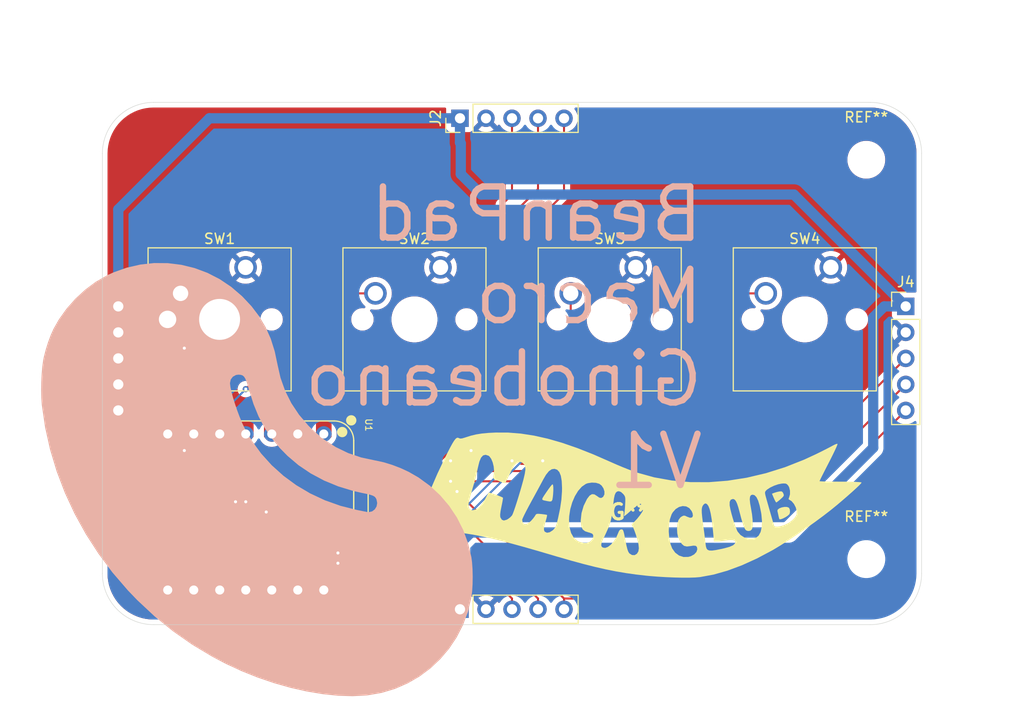
<source format=kicad_pcb>
(kicad_pcb (version 20241229) (generator "pcbnew") (generator_version "9.0")
  (layers (0 "F.Cu" signal) (2 "B.Cu" signal) (13 "F.Paste" user) (15 "B.Paste" user) (5 "F.SilkS" user "F.Silkscreen") (7 "B.SilkS" user "B.Silkscreen") (1 "F.Mask" user) (3 "B.Mask" user) (25 "Edge.Cuts" user))
  (net 0 "")
  (net 1 "/SDA")
  (net 2 "VCC")
  (net 3 "/INT")
  (net 4 "GND")
  (net 5 "/SCL")
  (net 6 "/GPIO1")
  (net 7 "/GPIO2")
  (net 8 "/GPIO4")
  (net 9 "/GPIO3")
  (footprint "Button_Switch_Keyboard:SW_Cherry_MX_1.00u_PCB" (layer "F.Cu") (at 143.015 86.11)
    (property "Reference" "SW2" (at -2.54 -2.794 0) (layer "F.SilkS"))
    (property "Value" "SW_Push")
    (fp_line (start -9.525 -1.905) (end 4.445 -1.905) (stroke (width 0.12)) (layer "F.SilkS"))
    (fp_line (start -9.525 12.065) (end -9.525 -1.905) (stroke (width 0.12)) (layer "F.SilkS"))
    (fp_line (start 4.445 -1.905) (end 4.445 12.065) (stroke (width 0.12)) (layer "F.SilkS"))
    (fp_line (start 4.445 12.065) (end -9.525 12.065) (stroke (width 0.12)) (layer "F.SilkS"))
    (pad "" np_thru_hole circle (at -7.62 5.08) (size 1.7 1.7) (drill 1.7) (layers "*.Cu" "*.Mask"))
    (pad "" np_thru_hole circle (at -2.54 5.08) (size 4 4) (drill 4) (layers "*.Cu" "*.Mask"))
    (pad "" np_thru_hole circle (at 2.54 5.08) (size 1.7 1.7) (drill 1.7) (layers "*.Cu" "*.Mask"))
    (pad "1" thru_hole circle (at 0 0) (size 2.2 2.2) (drill 1.5) (layers "*.Cu" "*.Mask") (net 4 "GND"))
    (pad "2" thru_hole circle (at -6.35 2.54) (size 2.2 2.2) (drill 1.5) (layers "*.Cu" "*.Mask") (net 7 "/GPIO2"))
  )
  (footprint "Button_Switch_Keyboard:SW_Cherry_MX_1.00u_PCB" (layer "F.Cu") (at 123.98375 86.11)
    (property "Reference" "SW1" (at -2.54 -2.794 0) (layer "F.SilkS"))
    (property "Value" "SW_Push")
    (fp_line (start -9.525 -1.905) (end 4.445 -1.905) (stroke (width 0.12)) (layer "F.SilkS"))
    (fp_line (start -9.525 12.065) (end -9.525 -1.905) (stroke (width 0.12)) (layer "F.SilkS"))
    (fp_line (start 4.445 -1.905) (end 4.445 12.065) (stroke (width 0.12)) (layer "F.SilkS"))
    (fp_line (start 4.445 12.065) (end -9.525 12.065) (stroke (width 0.12)) (layer "F.SilkS"))
    (pad "" np_thru_hole circle (at -7.62 5.08) (size 1.7 1.7) (drill 1.7) (layers "*.Cu" "*.Mask"))
    (pad "" np_thru_hole circle (at -2.54 5.08) (size 4 4) (drill 4) (layers "*.Cu" "*.Mask"))
    (pad "" np_thru_hole circle (at 2.54 5.08) (size 1.7 1.7) (drill 1.7) (layers "*.Cu" "*.Mask"))
    (pad "1" thru_hole circle (at 0 0) (size 2.2 2.2) (drill 1.5) (layers "*.Cu" "*.Mask") (net 4 "GND"))
    (pad "2" thru_hole circle (at -6.35 2.54) (size 2.2 2.2) (drill 1.5) (layers "*.Cu" "*.Mask") (net 6 "/GPIO1"))
  )
  (footprint "Connector_PinHeader_2.54mm:PinHeader_1x05_P2.54mm_Vertical" (layer "F.Cu") (at 188.45 89.92)
    (property "Reference" "J4" (at 0 -2.38 0) (layer "F.SilkS"))
    (property "Value" "Male_Pogo_Connector_01x05")
    (fp_line (start -1.38 -1.38) (end 0 -1.38) (stroke (width 0.12)) (layer "F.SilkS"))
    (fp_line (start -1.38 0) (end -1.38 -1.38) (stroke (width 0.12)) (layer "F.SilkS"))
    (fp_line (start -1.38 1.27) (end -1.38 11.54) (stroke (width 0.12)) (layer "F.SilkS"))
    (fp_line (start -1.38 1.27) (end 1.38 1.27) (stroke (width 0.12)) (layer "F.SilkS"))
    (fp_line (start -1.38 11.54) (end 1.38 11.54) (stroke (width 0.12)) (layer "F.SilkS"))
    (fp_line (start 1.38 1.27) (end 1.38 11.54) (stroke (width 0.12)) (layer "F.SilkS"))
    (pad "1" thru_hole rect (at 0 0) (size 1.7 1.7) (drill 1) (layers "*.Cu" "*.Mask") (net 2 "VCC"))
    (pad "2" thru_hole circle (at 0 2.54) (size 1.7 1.7) (drill 1) (layers "*.Cu" "*.Mask") (net 4 "GND"))
    (pad "3" thru_hole circle (at 0 5.08) (size 1.7 1.7) (drill 1) (layers "*.Cu" "*.Mask") (net 3 "/INT"))
    (pad "4" thru_hole circle (at 0 7.62) (size 1.7 1.7) (drill 1) (layers "*.Cu" "*.Mask") (net 1 "/SDA"))
    (pad "5" thru_hole circle (at 0 10.16) (size 1.7 1.7) (drill 1) (layers "*.Cu" "*.Mask") (net 5 "/SCL"))
  )
  (footprint "Button_Switch_Keyboard:SW_Cherry_MX_1.00u_PCB" (layer "F.Cu") (at 181.13375 86.11)
    (property "Reference" "SW4" (at -2.54 -2.794 0) (layer "F.SilkS"))
    (property "Value" "SW_Push")
    (fp_line (start -9.525 -1.905) (end 4.445 -1.905) (stroke (width 0.12)) (layer "F.SilkS"))
    (fp_line (start -9.525 12.065) (end -9.525 -1.905) (stroke (width 0.12)) (layer "F.SilkS"))
    (fp_line (start 4.445 -1.905) (end 4.445 12.065) (stroke (width 0.12)) (layer "F.SilkS"))
    (fp_line (start 4.445 12.065) (end -9.525 12.065) (stroke (width 0.12)) (layer "F.SilkS"))
    (pad "" np_thru_hole circle (at -7.62 5.08) (size 1.7 1.7) (drill 1.7) (layers "*.Cu" "*.Mask"))
    (pad "" np_thru_hole circle (at -2.54 5.08) (size 4 4) (drill 4) (layers "*.Cu" "*.Mask"))
    (pad "" np_thru_hole circle (at 2.54 5.08) (size 1.7 1.7) (drill 1.7) (layers "*.Cu" "*.Mask"))
    (pad "1" thru_hole circle (at 0 0) (size 2.2 2.2) (drill 1.5) (layers "*.Cu" "*.Mask") (net 4 "GND"))
    (pad "2" thru_hole circle (at -6.35 2.54) (size 2.2 2.2) (drill 1.5) (layers "*.Cu" "*.Mask") (net 9 "/GPIO3"))
  )
  (footprint "Connector_PinHeader_2.54mm:PinHeader_1x05_P2.54mm_Vertical" (layer "F.Cu") (at 111.55 89.92)
    (property "Reference" "J1" (at 0 -2.38 0) (layer "F.SilkS"))
    (property "Value" "Male_Pogo_Connector_01x05")
    (fp_line (start -1.38 -1.38) (end 0 -1.38) (stroke (width 0.12)) (layer "F.SilkS"))
    (fp_line (start -1.38 0) (end -1.38 -1.38) (stroke (width 0.12)) (layer "F.SilkS"))
    (fp_line (start -1.38 1.27) (end -1.38 11.54) (stroke (width 0.12)) (layer "F.SilkS"))
    (fp_line (start -1.38 1.27) (end 1.38 1.27) (stroke (width 0.12)) (layer "F.SilkS"))
    (fp_line (start -1.38 11.54) (end 1.38 11.54) (stroke (width 0.12)) (layer "F.SilkS"))
    (fp_line (start 1.38 1.27) (end 1.38 11.54) (stroke (width 0.12)) (layer "F.SilkS"))
    (pad "1" thru_hole rect (at 0 0) (size 1.7 1.7) (drill 1) (layers "*.Cu" "*.Mask") (net 2 "VCC"))
    (pad "2" thru_hole circle (at 0 2.54) (size 1.7 1.7) (drill 1) (layers "*.Cu" "*.Mask") (net 4 "GND"))
    (pad "3" thru_hole circle (at 0 5.08) (size 1.7 1.7) (drill 1) (layers "*.Cu" "*.Mask") (net 3 "/INT"))
    (pad "4" thru_hole circle (at 0 7.62) (size 1.7 1.7) (drill 1) (layers "*.Cu" "*.Mask") (net 1 "/SDA"))
    (pad "5" thru_hole circle (at 0 10.16) (size 1.7 1.7) (drill 1) (layers "*.Cu" "*.Mask") (net 5 "/SCL"))
  )
  (footprint "Connector_PinHeader_2.54mm:PinHeader_1x05_P2.54mm_Vertical" (layer "F.Cu") (at 144.92 71.55 90)
    (property "Reference" "J2" (at 0 -2.38 90) (layer "F.SilkS"))
    (property "Value" "Male_Pogo_Connector_01x05")
    (fp_line (start -1.38 -1.38) (end 0 -1.38) (stroke (width 0.12)) (layer "F.SilkS"))
    (fp_line (start -1.38 0) (end -1.38 -1.38) (stroke (width 0.12)) (layer "F.SilkS"))
    (fp_line (start 1.38 1.27) (end 1.38 11.54) (stroke (width 0.12)) (layer "F.SilkS"))
    (fp_line (start -1.38 1.27) (end 1.38 1.27) (stroke (width 0.12)) (layer "F.SilkS"))
    (fp_line (start -1.38 1.27) (end -1.38 11.54) (stroke (width 0.12)) (layer "F.SilkS"))
    (fp_line (start -1.38 11.54) (end 1.38 11.54) (stroke (width 0.12)) (layer "F.SilkS"))
    (pad "1" thru_hole rect (at 0 0 90) (size 1.7 1.7) (drill 1) (layers "*.Cu" "*.Mask") (net 2 "VCC"))
    (pad "2" thru_hole circle (at 0 2.54 90) (size 1.7 1.7) (drill 1) (layers "*.Cu" "*.Mask") (net 4 "GND"))
    (pad "3" thru_hole circle (at 0 5.08 90) (size 1.7 1.7) (drill 1) (layers "*.Cu" "*.Mask") (net 3 "/INT"))
    (pad "4" thru_hole circle (at 0 7.62 90) (size 1.7 1.7) (drill 1) (layers "*.Cu" "*.Mask") (net 1 "/SDA"))
    (pad "5" thru_hole circle (at 0 10.16 90) (size 1.7 1.7) (drill 1) (layers "*.Cu" "*.Mask") (net 5 "/SCL"))
  )
  (footprint "MountingHole:MountingHole_3.2mm_M3" (layer "F.Cu") (at 184.6 114.6)
    (property "Reference" "REF**" (at 0 -4.15 0) (layer "F.SilkS"))
    (property "Value" "MountingHole_3.2mm_M3")
    (pad "" np_thru_hole circle (at 0 0) (size 3.2 3.2) (drill 3.2) (layers "*.Cu" "*.Mask"))
  )
  (footprint "LOGO" (layer "F.Cu") (at 162 110)
    (property "Reference" "G***" (at 0 0 0) (layer "F.SilkS") (effects (font (size 1.5 1.5) (thickness 0.3))))
    (property "Value" "LOGO" (hide yes))
    (fp_poly (pts (xy 14.431238 -1.936395) (xy 14.493902 -1.819243) (xy 14.545199 -1.679951) (xy 14.530696 -1.568883) (xy 14.428679 -1.439529) (xy 14.232023 -1.25832) (xy 14.024325 -1.082035) (xy 13.867127 -0.963318) (xy 13.806581 -0.931333) (xy 13.745081 -1.002587) (xy 13.646834 -1.186152) (xy 13.568983 -1.358858) (xy 13.388359 -1.786383) (xy 13.615679 -1.87429) (xy 13.872567 -1.954075) (xy 14.115157 -2.007688) (xy 14.315972 -2.018455)) (fill yes) (layer "F.SilkS"))
    (fp_poly (pts (xy -7.991541 -2.630825) (xy -7.965579 -2.416811) (xy -7.963975 -2.09956) (xy -7.987445 -1.711339) (xy -8.013529 -1.4605) (xy -8.058113 -1.191591) (xy -8.136999 -1.054774) (xy -8.291955 -1.022039) (xy -8.564746 -1.065377) (xy -8.593667 -1.071451) (xy -8.840412 -1.121836) (xy -8.99235 -1.167662) (xy -9.050832 -1.237833) (xy -9.017213 -1.36125) (xy -8.892845 -1.566817) (xy -8.679082 -1.883436) (xy -8.634757 -1.949183) (xy -8.419548 -2.258561) (xy -8.23286 -2.507287) (xy -8.097398 -2.666283) (xy -8.04115 -2.709333)) (fill yes) (layer "F.SilkS"))
    (fp_poly (pts (xy 14.85805 -0.491677) (xy 15.038466 -0.420216) (xy 15.053733 -0.4064) (xy 15.132719 -0.235211) (xy 15.15073 -0.002236) (xy 15.10191 0.194196) (xy 15.090537 0.211667) (xy 14.94416 0.352199) (xy 14.728849 0.496148) (xy 14.491434 0.620263) (xy 14.278746 0.701294) (xy 14.137616 0.71599) (xy 14.111486 0.697744) (xy 14.071551 0.578835) (xy 14.022365 0.370315) (xy 14.015969 0.338667) (xy 13.963906 0.093091) (xy 13.917378 -0.099335) (xy 13.915097 -0.107543) (xy 13.952771 -0.242187) (xy 14.112813 -0.360234) (xy 14.348314 -0.449374) (xy 14.612363 -0.497292)) (fill yes) (layer "F.SilkS"))
    (fp_poly (pts (xy -12.375018 -7.755921) (xy -11.133015 -7.657177) (xy -9.849727 -7.459997) (xy -8.511892 -7.160988) (xy -7.106246 -6.756754) (xy -5.619528 -6.243901) (xy -4.038474 -5.619033) (xy -2.370667 -4.888289) (xy -1.809503 -4.639996) (xy -1.206147 -4.38684) (xy -0.613516 -4.150132) (xy -0.08453 -3.951182) (xy 0.211667 -3.84839) (xy 1.882908 -3.385503) (xy 3.613524 -3.075909) (xy 5.393236 -2.918555) (xy 7.211763 -2.91239) (xy 9.058828 -3.056361) (xy 10.92415 -3.349418) (xy 12.79745 -3.790508) (xy 14.668449 -4.378579) (xy 16.526868 -5.11258) (xy 17.653 -5.633027) (xy 18.113039 -5.859852) (xy 18.551803 -6.0801) (xy 18.932529 -6.275036) (xy 19.218455 -6.425927) (xy 19.325085 -6.485139) (xy 19.557238 -6.602294) (xy 19.730571 -6.659128) (xy 19.790752 -6.653234) (xy 19.771514 -6.563251) (xy 19.683123 -6.345266) (xy 19.535631 -6.020943) (xy 19.339089 -5.611946) (xy 19.103551 -5.13994) (xy 18.944167 -4.828683) (xy 18.686823 -4.328705) (xy 18.457692 -3.879435) (xy 18.267615 -3.502473) (xy 18.127437 -3.219415) (xy 18.047999 -3.051861) (xy 18.034 -3.015642) (xy 18.114804 -3.001046) (xy 18.341773 -2.988018) (xy 18.691741 -2.977157) (xy 19.141541 -2.969061) (xy 19.668009 -2.964327) (xy 20.061003 -2.963333) (xy 20.658023 -2.960159) (xy 21.18219 -2.951173) (xy 21.612232 -2.937182) (xy 21.92688 -2.918989) (xy 22.104859 -2.897402) (xy 22.136581 -2.884737) (xy 22.091562 -2.801002) (xy 21.922267 -2.618103) (xy 21.636325 -2.343056) (xy 21.241365 -1.982881) (xy 20.745017 -1.544596) (xy 20.154911 -1.035219) (xy 19.769667 -0.707406) (xy 19.14242 -0.195813) (xy 18.405784 0.37241) (xy 17.592845 0.974076) (xy 16.736689 1.585999) (xy 15.8704 2.184995) (xy 15.027064 2.747877) (xy 14.239768 3.251461) (xy 13.541596 3.67256) (xy 13.419667 3.742514) (xy 11.91231 4.542315) (xy 10.447125 5.206385) (xy 9.033313 5.73133) (xy 7.680078 6.113755) (xy 6.396621 6.350266) (xy 6.324631 6.359421) (xy 5.874787 6.39576) (xy 5.288805 6.413383) (xy 4.598746 6.413158) (xy 3.836667 6.39595) (xy 3.03463 6.362628) (xy 2.224693 6.314058) (xy 1.438916 6.251105) (xy 1.100667 6.218204) (xy 0.102328 6.103394) (xy -0.870763 5.965939) (xy -1.843661 5.800383) (xy -2.841418 5.60127) (xy -3.889087 5.363146) (xy -5.011722 5.080554) (xy -6.234375 4.748039) (xy -7.5821 4.360144) (xy -8.001 4.236194) (xy -9.489973 3.798233) (xy -10.832211 3.414598) (xy -11.466008 3.240414) (xy -3.288154 3.240414) (xy -3.241281 3.383149) (xy -3.131683 3.47186) (xy -2.898415 3.507062) (xy -2.628154 3.405124) (xy -2.343847 3.187276) (xy -2.068439 2.874748) (xy -1.824876 2.488771) (xy -1.655354 2.105908) (xy -1.547576 1.851112) (xy -1.442733 1.725795) (xy -1.31562 1.693333) (xy -1.235145 1.704439) (xy -1.172085 1.75545) (xy -1.116775 1.872901) (xy -1.059547 2.08333) (xy -0.990735 2.413274) (xy -0.922397 2.772833) (xy -0.823607 3.26676) (xy -0.736174 3.619613) (xy -0.651792 3.858508) (xy -0.562158 4.01056) (xy -0.533456 4.042833) (xy -0.286237 4.201104) (xy -0.027297 4.213727) (xy 0.198265 4.07876) (xy 0.202163 4.074501) (xy 0.33937 3.845383) (xy 0.388535 3.542986) (xy 0.349875 3.143744) (xy 0.22361 2.624087) (xy 0.215836 2.597374) (xy 0.097506 2.219715) (xy -0.011785 1.908454) (xy 3.308645 1.908454) (xy 3.356043 2.535312) (xy 3.471905 3.110377) (xy 3.640442 3.553917) (xy 3.935183 3.967599) (xy 4.314314 4.251372) (xy 4.751114 4.394199) (xy 5.218864 4.385043) (xy 5.476655 4.31236) (xy 5.793918 4.136128) (xy 6.011598 3.901646) (xy 6.095881 3.645825) (xy 6.096 3.636275) (xy 6.061889 3.417949) (xy 5.943203 3.304633) (xy 5.71541 3.284714) (xy 5.443094 3.327189) (xy 5.077187 3.369069) (xy 4.801249 3.305795) (xy 4.578698 3.11743) (xy 4.372958 2.78404) (xy 4.345565 2.729062) (xy 4.209493 2.40216) (xy 4.139667 2.081265) (xy 4.117936 1.681523) (xy 4.11782 1.664429) (xy 4.148444 1.160915) (xy 4.252328 0.791934) (xy 4.437748 0.535651) (xy 4.585644 0.430192) (xy 4.750762 0.356) (xy 4.894724 0.363866) (xy 5.098373 0.458688) (xy 5.103756 0.461583) (xy 5.387702 0.564936) (xy 5.579542 0.534379) (xy 5.666827 0.385432) (xy 5.637104 0.133615) (xy 5.544233 -0.087438) (xy 5.452795 -0.203726) (xy 6.528935 -0.203726) (xy 6.535591 0.085064) (xy 6.571263 0.478491) (xy 6.635924 1.001239) (xy 6.68099 1.332336) (xy 6.746856 1.819527) (xy 6.809447 2.304527) (xy 6.862028 2.733753) (xy 6.897865 3.053627) (xy 6.899978 3.074603) (xy 6.937216 3.357637) (xy 6.998837 3.563029) (xy 7.10618 3.696127) (xy 7.280584 3.762278) (xy 7.543388 3.766826) (xy 7.915933 3.715118) (xy 8.419557 3.612502) (xy 8.751052 3.538365) (xy 9.250845 3.400542) (xy 9.589856 3.248359) (xy 9.776365 3.077052) (xy 9.821333 2.922613) (xy 9.745446 2.801713) (xy 9.536772 2.736791) (xy 9.223793 2.732186) (xy 8.889107 2.780564) (xy 8.54957 2.837342) (xy 8.213353 2.872762) (xy 8.066142 2.878667) (xy 7.718144 2.878667) (xy 7.670206 2.307167) (xy 7.587551 1.429839) (xy 7.499275 0.711932) (xy 7.403247 0.143569) (xy 7.297338 -0.285127) (xy 7.179419 -0.584032) (xy 7.120203 -0.664292) (xy 9.25421 -0.664292) (xy 9.258803 -0.628206) (xy 9.323085 -0.285196) (xy 9.428572 0.144107) (xy 9.561253 0.613919) (xy 9.707116 1.078457) (xy 9.852152 1.491937) (xy 9.982349 1.808576) (xy 10.037458 1.916192) (xy 10.31793 2.249277) (xy 10.693137 2.485428) (xy 11.117856 2.609188) (xy 11.546866 2.605101) (xy 11.813807 2.523315) (xy 12.082888 2.310024) (xy 12.274658 1.959855) (xy 12.386003 1.488142) (xy 12.413812 0.91022) (xy 12.354972 0.241422) (xy 12.320373 0.027688) (xy 12.185049 -0.62225) (xy 12.037274 -1.111173) (xy 11.873186 -1.44718) (xy 11.688922 -1.638372) (xy 11.499729 -1.693333) (xy 11.339368 -1.647806) (xy 11.246355 -1.501317) (xy 11.218808 -1.239003) (xy 11.254847 -0.846002) (xy 11.33513 -0.392824) (xy 11.437058 0.200818) (xy 11.495871 0.7396) (xy 11.510301 1.194655) (xy 11.47908 1.537119) (xy 11.427021 1.698899) (xy 11.273747 1.827766) (xy 11.051171 1.858193) (xy 10.861784 1.794903) (xy 10.761569 1.683537) (xy 10.653183 1.463902) (xy 10.531217 1.120982) (xy 10.390259 0.639763) (xy 10.243173 0.077932) (xy 10.102467 -0.445712) (xy 9.978341 -0.822112) (xy 9.860737 -1.071248) (xy 9.739595 -1.2131) (xy 9.604858 -1.267648) (xy 9.564578 -1.27) (xy 9.363457 -1.200502) (xy 9.258954 -0.996402) (xy 9.25421 -0.664292) (xy 7.120203 -0.664292) (xy 7.047359 -0.763023) (xy 7.000862 -0.79713) (xy 6.867277 -0.836935) (xy 6.740313 -0.75423) (xy 6.683362 -0.68912) (xy 6.602792 -0.566133) (xy 6.551326 -0.412563) (xy 6.528935 -0.203726) (xy 5.452795 -0.203726) (xy 5.31166 -0.383217) (xy 5.009783 -0.546193) (xy 4.66803 -0.581135) (xy 4.31583 -0.492812) (xy 3.98261 -0.285994) (xy 3.697799 0.034552) (xy 3.58568 0.229949) (xy 3.422618 0.70449) (xy 3.330555 1.281086) (xy 3.308645 1.908454) (xy -0.011785 1.908454) (xy -0.027129 1.864754) (xy -0.13653 1.592647) (xy -0.166466 1.529621) (xy -0.330122 1.208828) (xy -0.068968 0.964247) (xy 0.21405 0.668464) (xy 0.481238 0.335424) (xy 0.706902 0.003254) (xy 0.865345 -0.289919) (xy 0.930871 -0.505967) (xy 0.931333 -0.519971) (xy 0.883763 -0.747904) (xy 0.741968 -0.836538) (xy 0.507327 -0.786344) (xy 0.181216 -0.59779) (xy -0.234989 -0.271342) (xy -0.503017 -0.03207) (xy -0.755058 0.191416) (xy -0.94604 0.342246) (xy -1.053993 0.404316) (xy -1.066524 0.381) (xy -1.033645 0.226356) (xy -0.999411 -0.051557) (xy -0.968879 -0.406793) (xy -0.954523 -0.636418) (xy -0.935771 -1.024284) (xy -0.93398 -1.284292) (xy -0.955933 -1.457609) (xy -1.008413 -1.585404) (xy -1.098205 -1.708845) (xy -1.139375 -1.758251) (xy -1.272799 -1.878187) (xy 12.706197 -1.878187) (xy 12.732777 -1.698992) (xy 12.795878 -1.455156) (xy 12.858744 -1.229401) (xy 12.953537 -0.893698) (xy 13.069429 -0.485895) (xy 13.195594 -0.043843) (xy 13.321205 0.394609) (xy 13.435433 0.79161) (xy 13.527453 1.109311) (xy 13.586435 1.309862) (xy 13.593595 1.3335) (xy 13.702162 1.418532) (xy 13.933869 1.430771) (xy 14.259946 1.372242) (xy 14.606488 1.262172) (xy 14.993442 1.072599) (xy 15.345111 0.820011) (xy 15.621384 0.539471) (xy 15.78215 0.266041) (xy 15.794996 0.223233) (xy 15.804451 -0.095411) (xy 15.708451 -0.45016) (xy 15.533556 -0.788348) (xy 15.306326 -1.05731) (xy 15.078878 -1.196707) (xy 15.005975 -1.259405) (xy 15.046893 -1.394429) (xy 15.058525 -1.416648) (xy 15.146987 -1.72119) (xy 15.147369 -2.080092) (xy 15.065473 -2.414856) (xy 14.972489 -2.580279) (xy 14.847 -2.716819) (xy 14.712163 -2.779213) (xy 14.505299 -2.787082) (xy 14.347196 -2.776037) (xy 13.994347 -2.707029) (xy 13.597796 -2.569298) (xy 13.217829 -2.389436) (xy 12.914733 -2.194037) (xy 12.810135 -2.098031) (xy 12.731593 -1.993586) (xy 12.706197 -1.878187) (xy -1.272799 -1.878187) (xy -1.360556 -1.957072) (xy -1.569326 -2.031985) (xy -1.571908 -2.032) (xy -1.740894 -1.996293) (xy -1.871103 -1.876179) (xy -1.970049 -1.652171) (xy -2.045246 -1.30478) (xy -2.104209 -0.81452) (xy -2.122521 -0.604092) (xy -2.210893 0.17135) (xy -2.350707 0.845341) (xy -2.559955 1.482428) (xy -2.85663 2.147155) (xy -2.930184 2.293291) (xy -3.136659 2.719191) (xy -3.254631 3.026996) (xy -3.288154 3.240414) (xy -11.466008 3.240414) (xy -12.040412 3.082553) (xy -13.12727 2.799362) (xy -14.105481 2.562289) (xy -14.98774 2.368597) (xy -15.786743 2.21555) (xy -16.515185 2.100412) (xy -17.185761 2.020447) (xy -17.811168 1.972918) (xy -18.404101 1.955089) (xy -18.584333 1.955172) (xy -19.059575 1.96621) (xy -19.512683 1.990037) (xy -19.910517 2.023586) (xy -20.219937 2.063789) (xy -20.407802 2.107579) (xy -20.443487 2.127265) (xy -20.49912 2.258403) (xy -20.562422 2.533633) (xy -20.630371 2.928051) (xy -20.699946 3.416753) (xy -20.768125 3.974835) (xy -20.831885 4.577393) (xy -20.888206 5.199524) (xy -20.934066 5.816323) (xy -20.966443 6.402887) (xy -20.968695 6.455833) (xy -21.02381 7.789333) (xy -21.645572 7.789333) (xy -22.267333 7.789333) (xy -22.267333 7.469305) (xy -22.253549 7.189304) (xy -22.215279 6.778519) (xy -22.157146 6.272979) (xy -22.083773 5.708713) (xy -21.999784 5.121749) (xy -21.909802 4.548118) (xy -21.841227 4.148667) (xy -21.52115 2.605002) (xy -21.113535 1.067589) (xy -20.609911 -0.48803) (xy -20.502727 -0.769741) (xy -16.242105 -0.769741) (xy -16.226046 -0.452934) (xy -16.117477 -0.256682) (xy -15.915666 -0.173426) (xy -15.842209 -0.169333) (xy -15.504792 -0.252382) (xy -15.17029 -0.50221) (xy -14.837525 -0.919844) (xy -14.67435 -1.186752) (xy -14.50809 -1.482148) (xy -14.375769 -1.722125) (xy -14.298577 -1.868063) (xy -14.288234 -1.890485) (xy -14.207717 -1.886145) (xy -14.013974 -1.833811) (xy -13.750784 -1.748913) (xy -13.461928 -1.64688) (xy -13.191186 -1.543144) (xy -12.982338 -1.453134) (xy -12.8814 -1.394654) (xy -12.885334 -1.3047) (xy -12.920013 -1.085826) (xy -12.979188 -0.774356) (xy -13.031317 -0.523125) (xy -13.119511 -0.066621) (xy -13.157649 0.255019) (xy -13.148189 0.467914) (xy -13.130555 0.53134) (xy -12.991058 0.756635) (xy -12.79364 0.831121) (xy -12.538795 0.76081) (xy -11.006667 0.76081) (xy -10.955097 1.032228) (xy -10.814298 1.172397) (xy -10.605137 1.178725) (xy -10.348479 1.048622) (xy -10.14486 0.867833) (xy -9.945665 0.641369) (xy -9.785697 0.428148) (xy -9.737743 0.348706) (xy -9.667634 0.238334) (xy -9.571958 0.184657) (xy -9.402951 0.176218) (xy -9.120757 0.200736) (xy -8.84476 0.2342) (xy -8.645332 0.267043) (xy -8.573358 0.28842) (xy -8.579128 0.379996) (xy -8.625929 0.589905) (xy -8.70396 0.874957) (xy -8.714666 0.911184) (xy -8.826088 1.314541) (xy -8.877959 1.592782) (xy -8.872629 1.778403) (xy -8.812449 1.903901) (xy -8.7884 1.9304) (xy -8.582876 2.026108) (xy -8.321532 1.978104) (xy -8.029501 1.791409) (xy -8.01064 1.775106) (xy -7.874756 1.641603) (xy -7.771974 1.492894) (xy -7.68553 1.29045) (xy -7.598663 0.995739) (xy -7.553092 0.810133) (xy -6.433415 0.810133) (xy -6.381992 1.493349) (xy -6.226899 2.058375) (xy -5.971543 2.498407) (xy -5.619331 2.806643) (xy -5.376333 2.92083) (xy -4.998876 3.02396) (xy -4.700917 3.024379) (xy -4.426462 2.92094) (xy -4.391078 2.900686) (xy -4.15371 2.676119) (xy -4.065524 2.383012) (xy -4.077965 2.233679) (xy -4.174518 2.113063) (xy -4.421369 2.017752) (xy -4.521223 1.994149) (xy -4.865835 1.881516) (xy -5.096179 1.700978) (xy -5.229966 1.425418) (xy -5.284904 1.027721) (xy -5.288732 0.818987) (xy -5.212339 0.110537) (xy -5.002911 -0.604869) (xy -4.680172 -1.261121) (xy -4.657183 -1.297883) (xy -4.421114 -1.60103) (xy -4.192207 -1.741123) (xy -3.954572 -1.722864) (xy -3.72035 -1.575132) (xy -3.478891 -1.404573) (xy -3.295417 -1.366657) (xy -3.130096 -1.455805) (xy -3.096381 -1.487714) (xy -2.978496 -1.714576) (xy -2.973866 -2.004198) (xy -3.068168 -2.307995) (xy -3.24708 -2.577383) (xy -3.468562 -2.750234) (xy -3.802913 -2.850998) (xy -4.20724 -2.871089) (xy -4.602874 -2.810938) (xy -4.790049 -2.742964) (xy -5.182211 -2.47215) (xy -5.543417 -2.061387) (xy -5.860509 -1.539123) (xy -6.12033 -0.933802) (xy -6.309723 -0.273872) (xy -6.415531 0.412222) (xy -6.433415 0.810133) (xy -7.553092 0.810133) (xy -7.504185 0.61094) (xy -7.303015 -0.34393) (xy -7.176779 -1.197925) (xy -7.1192 -1.998759) (xy -7.11402 -2.355627) (xy -7.144089 -3.023494) (xy -7.231822 -3.537478) (xy -7.379667 -3.903774) (xy -7.590071 -4.128577) (xy -7.849381 -4.216649) (xy -8.125356 -4.173613) (xy -8.398799 -3.983362) (xy -8.677451 -3.638636) (xy -8.934814 -3.198494) (xy -9.075884 -2.932592) (xy -9.280325 -2.55239) (xy -9.529729 -2.091863) (xy -9.805688 -1.584989) (xy -10.089792 -1.065743) (xy -10.131858 -0.989098) (xy -10.391034 -0.510015) (xy -10.619713 -0.073792) (xy -10.805819 0.295415) (xy -10.937276 0.573446) (xy -11.002005 0.736146) (xy -11.006667 0.76081) (xy -12.538795 0.76081) (xy -12.525993 0.757278) (xy -12.3871 0.681059) (xy -12.167488 0.514956) (xy -11.999398 0.334206) (xy -11.990891 0.321542) (xy -11.918576 0.165461) (xy -11.810028 -0.125215) (xy -11.674278 -0.521911) (xy -11.520355 -0.996049) (xy -11.35729 -1.519056) (xy -11.194113 -2.062353) (xy -11.039855 -2.597365) (xy -10.903547 -3.095516) (xy -10.867731 -3.232623) (xy -10.748665 -3.742525) (xy -10.693522 -4.122489) (xy -10.703634 -4.399919) (xy -10.780332 -4.60222) (xy -10.92495 -4.756794) (xy -10.942472 -4.770142) (xy -11.10549 -4.877342) (xy -11.235793 -4.894799) (xy -11.415695 -4.827477) (xy -11.469775 -4.801938) (xy -11.610085 -4.718135) (xy -11.735863 -4.594117) (xy -11.86795 -4.399907) (xy -12.02719 -4.105529) (xy -12.202049 -3.748759) (xy -12.373167 -3.392836) (xy -12.516228 -3.097666) (xy -12.616293 -2.893908) (xy -12.65842 -2.812222) (xy -12.658446 -2.812189) (xy -12.742251 -2.824556) (xy -12.932431 -2.884656) (xy -13.17957 -2.973871) (xy -13.434253 -3.073577) (xy -13.647063 -3.165154) (xy -13.768586 -3.22998) (xy -13.769952 -3.231037) (xy -13.823654 -3.353715) (xy -13.800705 -3.594666) (xy -13.786687 -3.660932) (xy -13.751361 -4.032832) (xy -13.788598 -4.442181) (xy -13.885567 -4.842669) (xy -14.029439 -5.187986) (xy -14.207383 -5.431823) (xy -14.295137 -5.496092) (xy -14.580836 -5.587185) (xy -14.82111 -5.526348) (xy -15.019925 -5.309703) (xy -15.181244 -4.933369) (xy -15.282951 -4.529644) (xy -15.595616 -3.173138) (xy -15.973952 -1.874504) (xy -15.99962 -1.795267) (xy -16.166386 -1.214666) (xy -16.242105 -0.769741) (xy -20.502727 -0.769741) (xy -20.001805 -2.086309) (xy -19.280749 -3.751704) (xy -18.629894 -5.122333) (xy -18.304009 -5.778905) (xy -18.039041 -6.295275) (xy -17.825492 -6.685243) (xy -17.653864 -6.962605) (xy -17.514657 -7.14116) (xy -17.398374 -7.234704) (xy -17.295516 -7.257036) (xy -17.196585 -7.221952) (xy -17.188046 -7.216761) (xy -17.059417 -7.170746) (xy -16.88065 -7.185114) (xy -16.604636 -7.265036) (xy -16.536616 -7.288301) (xy -16.006996 -7.455188) (xy -15.488095 -7.578655) (xy -14.934399 -7.665978) (xy -14.300392 -7.724435) (xy -13.589 -7.759624)) (fill yes) (layer "F.SilkS"))
  )
  (footprint "Module:XIAO-RP2040-DIP" (layer "F.Cu") (at 124 110 -90)
    (property "Reference" "U1" (at -8.5 -12 270) (layer "F.SilkS") (effects (font (size 0.635 0.635) (thickness 0.1016))))
    (property "Value" "XIAO-RP2040-DIP")
    (fp_line (start -6.985 10.414) (end 6.985 10.414) (stroke (width 0.127)) (layer "F.SilkS"))
    (fp_line (start -8.89 8.509) (end -8.89 -8.636) (stroke (width 0.127)) (layer "F.SilkS"))
    (fp_line (start 8.89 8.509) (end 8.89 -8.636) (stroke (width 0.127)) (layer "F.SilkS"))
    (fp_line (start -4.495 -10.541) (end -4.491272 -11.451272) (stroke (width 0.127)) (layer "F.SilkS"))
    (fp_line (start 6.985 -10.541) (end -6.985 -10.541) (stroke (width 0.1)) (layer "F.SilkS"))
    (fp_line (start 6.985 -10.541) (end -6.985 -10.541) (stroke (width 0.127)) (layer "F.SilkS"))
    (fp_line (start 4.504 -11.451) (end 4.504 -10.541) (stroke (width 0.127)) (layer "F.SilkS"))
    (fp_line (start -3.991272 -11.951) (end 4.004 -11.951) (stroke (width 0.127)) (layer "F.SilkS"))
    (fp_arc (start -6.985 10.414) (mid -8.332038 9.856038) (end -8.89 8.509) (stroke (width 0.127)) (layer "F.SilkS"))
    (fp_arc (start 8.89 8.509) (mid 8.332038 9.856038) (end 6.985 10.414) (stroke (width 0.127)) (layer "F.SilkS"))
    (fp_arc (start -8.89 -8.636) (mid -8.332038 -9.983038) (end -6.985 -10.541) (stroke (width 0.127)) (layer "F.SilkS"))
    (fp_arc (start 6.985 -10.541) (mid 8.332038 -9.983038) (end 8.89 -8.636) (stroke (width 0.127)) (layer "F.SilkS"))
    (fp_arc (start -4.491272 -11.451272) (mid -4.344724 -11.804644) (end -3.991272 -11.951) (stroke (width 0.127)) (layer "F.SilkS"))
    (fp_arc (start 4.004 -11.951) (mid 4.357553 -11.804553) (end 4.504 -11.451) (stroke (width 0.127)) (layer "F.SilkS"))
    (fp_circle (center -7.807 -9.42) (end -7.807 -9.674) (stroke (width 0.5)) (fill yes) (layer "F.SilkS"))
    (fp_circle (center -8.95 -10.3) (end -8.95 -10.554) (stroke (width 0.5)) (fill yes) (layer "F.SilkS"))
    (pad "1" smd roundrect (at -8.455 -7.62 90) (size 2.432 1.524) (layers "F.Cu" "F.Mask") (roundrect_rratio 0.1))
    (pad "1" thru_hole circle (at -7.62 -7.62 90) (size 1.524 1.524) (drill 0.889) (layers "*.Cu" "*.Mask"))
    (pad "2" smd roundrect (at -8.455 -5.08 90) (size 2.432 1.524) (layers "F.Cu" "F.Mask") (roundrect_rratio 0.1))
    (pad "2" thru_hole circle (at -7.62 -5.08 90) (size 1.524 1.524) (drill 0.889) (layers "*.Cu" "*.Mask"))
    (pad "3" smd roundrect (at -8.455 -2.54 90) (size 2.432 1.524) (layers "F.Cu" "F.Mask") (roundrect_rratio 0.1))
    (pad "3" thru_hole circle (at -7.62 -2.54 90) (size 1.524 1.524) (drill 0.889) (layers "*.Cu" "*.Mask"))
    (pad "4" smd roundrect (at -8.455 0 90) (size 2.432 1.524) (layers "F.Cu" "F.Mask") (roundrect_rratio 0.1) (net 3 "/INT"))
    (pad "4" thru_hole circle (at -7.62 0 90) (size 1.524 1.524) (drill 0.889) (layers "*.Cu" "*.Mask") (net 3 "/INT"))
    (pad "5" smd roundrect (at -8.455 2.54 90) (size 2.432 1.524) (layers "F.Cu" "F.Mask") (roundrect_rratio 0.1) (net 1 "/SDA"))
    (pad "5" thru_hole circle (at -7.62 2.54 90) (size 1.524 1.524) (drill 0.889) (layers "*.Cu" "*.Mask") (net 1 "/SDA"))
    (pad "6" smd roundrect (at -8.455 5.08 90) (size 2.432 1.524) (layers "F.Cu" "F.Mask") (roundrect_rratio 0.1) (net 5 "/SCL"))
    (pad "6" thru_hole circle (at -7.62 5.08 90) (size 1.524 1.524) (drill 0.889) (layers "*.Cu" "*.Mask") (net 5 "/SCL"))
    (pad "7" smd roundrect (at -8.455 7.62 90) (size 2.432 1.524) (layers "F.Cu" "F.Mask") (roundrect_rratio 0.1))
    (pad "7" thru_hole circle (at -7.62 7.62 90) (size 1.524 1.524) (drill 0.889) (layers "*.Cu" "*.Mask"))
    (pad "8" thru_hole circle (at 7.62 7.62 270) (size 1.524 1.524) (drill 0.889) (layers "*.Cu" "*.Mask") (net 6 "/GPIO1"))
    (pad "8" smd roundrect (at 8.455 7.62 270) (size 2.432 1.524) (layers "F.Cu" "F.Mask") (roundrect_rratio 0.1) (net 6 "/GPIO1"))
    (pad "9" thru_hole circle (at 7.62 5.08 270) (size 1.524 1.524) (drill 0.889) (layers "*.Cu" "*.Mask") (net 7 "/GPIO2"))
    (pad "9" smd roundrect (at 8.455 5.08 270) (size 2.432 1.524) (layers "F.Cu" "F.Mask") (roundrect_rratio 0.1) (net 7 "/GPIO2"))
    (pad "10" thru_hole circle (at 7.62 2.54 270) (size 1.524 1.524) (drill 0.889) (layers "*.Cu" "*.Mask") (net 8 "/GPIO4"))
    (pad "10" smd roundrect (at 8.455 2.54 270) (size 2.432 1.524) (layers "F.Cu" "F.Mask") (roundrect_rratio 0.1) (net 8 "/GPIO4"))
    (pad "11" thru_hole circle (at 7.62 0 270) (size 1.524 1.524) (drill 0.889) (layers "*.Cu" "*.Mask") (net 9 "/GPIO3"))
    (pad "11" smd roundrect (at 8.455 0 270) (size 2.432 1.524) (layers "F.Cu" "F.Mask") (roundrect_rratio 0.1) (net 9 "/GPIO3"))
    (pad "12" thru_hole circle (at 7.62 -2.54 270) (size 1.524 1.524) (drill 0.889) (layers "*.Cu" "*.Mask"))
    (pad "12" smd roundrect (at 8.455 -2.54 270) (size 2.432 1.524) (layers "F.Cu" "F.Mask") (roundrect_rratio 0.1))
    (pad "13" thru_hole circle (at 7.62 -5.08 270) (size 1.524 1.524) (drill 0.889) (layers "*.Cu" "*.Mask") (net 4 "GND"))
    (pad "13" smd roundrect (at 8.455 -5.08 270) (size 2.432 1.524) (layers "F.Cu" "F.Mask") (roundrect_rratio 0.1) (net 4 "GND"))
    (pad "14" thru_hole circle (at 7.62 -7.62 270) (size 1.524 1.524) (drill 0.889) (layers "*.Cu" "*.Mask") (net 2 "VCC"))
    (pad "14" smd roundrect (at 8.455 -7.62 270) (size 2.432 1.524) (layers "F.Cu" "F.Mask") (roundrect_rratio 0.1) (net 2 "VCC"))
  )
  (footprint "Button_Switch_Keyboard:SW_Cherry_MX_1.00u_PCB" (layer "F.Cu") (at 162.08375 86.11)
    (property "Reference" "SW3" (at -2.54 -2.794 0) (layer "F.SilkS"))
    (property "Value" "SW_Push")
    (fp_line (start -9.525 -1.905) (end 4.445 -1.905) (stroke (width 0.12)) (layer "F.SilkS"))
    (fp_line (start -9.525 12.065) (end -9.525 -1.905) (stroke (width 0.12)) (layer "F.SilkS"))
    (fp_line (start 4.445 -1.905) (end 4.445 12.065) (stroke (width 0.12)) (layer "F.SilkS"))
    (fp_line (start 4.445 12.065) (end -9.525 12.065) (stroke (width 0.12)) (layer "F.SilkS"))
    (pad "" np_thru_hole circle (at -7.62 5.08) (size 1.7 1.7) (drill 1.7) (layers "*.Cu" "*.Mask"))
    (pad "" np_thru_hole circle (at -2.54 5.08) (size 4 4) (drill 4) (layers "*.Cu" "*.Mask"))
    (pad "" np_thru_hole circle (at 2.54 5.08) (size 1.7 1.7) (drill 1.7) (layers "*.Cu" "*.Mask"))
    (pad "1" thru_hole circle (at 0 0) (size 2.2 2.2) (drill 1.5) (layers "*.Cu" "*.Mask") (net 4 "GND"))
    (pad "2" thru_hole circle (at -6.35 2.54) (size 2.2 2.2) (drill 1.5) (layers "*.Cu" "*.Mask") (net 8 "/GPIO4"))
  )
  (footprint "Connector_PinHeader_2.54mm:PinHeader_1x05_P2.54mm_Vertical" (layer "F.Cu") (at 144.92 119.5 90)
    (property "Reference" "J3" (at 0 -2.38 90) (layer "F.SilkS"))
    (property "Value" "Male_Pogo_Connector_01x05")
    (fp_line (start -1.38 -1.38) (end 0 -1.38) (stroke (width 0.12)) (layer "F.SilkS"))
    (fp_line (start -1.38 0) (end -1.38 -1.38) (stroke (width 0.12)) (layer "F.SilkS"))
    (fp_line (start 1.38 1.27) (end 1.38 11.54) (stroke (width 0.12)) (layer "F.SilkS"))
    (fp_line (start -1.38 1.27) (end 1.38 1.27) (stroke (width 0.12)) (layer "F.SilkS"))
    (fp_line (start -1.38 1.27) (end -1.38 11.54) (stroke (width 0.12)) (layer "F.SilkS"))
    (fp_line (start -1.38 11.54) (end 1.38 11.54) (stroke (width 0.12)) (layer "F.SilkS"))
    (pad "1" thru_hole rect (at 0 0 90) (size 1.7 1.7) (drill 1) (layers "*.Cu" "*.Mask") (net 2 "VCC"))
    (pad "2" thru_hole circle (at 0 2.54 90) (size 1.7 1.7) (drill 1) (layers "*.Cu" "*.Mask") (net 4 "GND"))
    (pad "3" thru_hole circle (at 0 5.08 90) (size 1.7 1.7) (drill 1) (layers "*.Cu" "*.Mask") (net 3 "/INT"))
    (pad "4" thru_hole circle (at 0 7.62 90) (size 1.7 1.7) (drill 1) (layers "*.Cu" "*.Mask") (net 1 "/SDA"))
    (pad "5" thru_hole circle (at 0 10.16 90) (size 1.7 1.7) (drill 1) (layers "*.Cu" "*.Mask") (net 5 "/SCL"))
  )
  (footprint "MountingHole:MountingHole_3.2mm_M3" (layer "F.Cu") (at 184.6 75.6)
    (property "Reference" "REF**" (at 0 -4.15 0) (layer "F.SilkS"))
    (property "Value" "MountingHole_3.2mm_M3")
    (pad "" np_thru_hole circle (at 0 0) (size 3.2 3.2) (drill 3.2) (layers "*.Cu" "*.Mask"))
  )
  (footprint "LOGO" (layer "B.Cu") (at 125 107 180)
    (property "Reference" "G***" (at 0 0 0) (layer "B.SilkS") (effects (font (size 1.5 1.5) (thickness 0.3)) (justify mirror)))
    (property "Value" "LOGO" (hide yes))
    (fp_poly (pts (xy 11.286345 21.165835) (xy 12.614508 20.862313) (xy 13.919706 20.3992) (xy 14.604999 20.0848) (xy 15.671747 19.467551) (xy 16.694462 18.70588) (xy 17.649618 17.823455) (xy 18.513686 16.84394) (xy 19.26314 15.791001) (xy 19.781561 14.877713) (xy 20.051012 14.275829) (xy 20.312608 13.571256) (xy 20.544686 12.830073) (xy 20.725577 12.11836) (xy 20.787079 11.811001) (xy 20.871597 11.202371) (xy 20.933474 10.478661) (xy 20.971129 9.692812) (xy 20.98298 8.897763) (xy 20.967446 8.146453) (xy 20.922945 7.491822) (xy 20.917637 7.441041) (xy 20.596928 5.255138) (xy 20.11204 3.090605) (xy 19.467729 0.957159) (xy 18.668747 -1.135483) (xy 17.71985 -3.177601) (xy 16.62579 -5.159477) (xy 15.391323 -7.071394) (xy 14.021202 -8.903632) (xy 12.520181 -10.646475) (xy 11.602011 -11.602011) (xy 9.89968 -13.193824) (xy 8.119111 -14.640138) (xy 6.245781 -15.951425) (xy 4.265168 -17.138155) (xy 2.996851 -17.805998) (xy 1.454155 -18.524908) (xy -0.131462 -19.161046) (xy -1.739936 -19.70995) (xy -3.351204 -20.167154) (xy -4.945202 -20.528196) (xy -6.501868 -20.788612) (xy -8.001136 -20.943937) (xy -9.422944 -20.989707) (xy -10.747228 -20.92146) (xy -10.922001 -20.902747) (xy -12.2785 -20.665051) (xy -13.577246 -20.274384) (xy -14.808226 -19.740238) (xy -15.961426 -19.072106) (xy -17.026832 -18.279483) (xy -17.994431 -17.37186) (xy -18.854209 -16.358731) (xy -19.596153 -15.249589) (xy -20.210248 -14.053927) (xy -20.686481 -12.781238) (xy -21.014839 -11.441015) (xy -21.03754 -11.313075) (xy -21.109334 -10.73445) (xy -21.151212 -10.04694) (xy -21.163235 -9.307275) (xy -21.145461 -8.572184) (xy -21.097948 -7.898397) (xy -21.033502 -7.412109) (xy -20.712076 -6.052823) (xy -20.238633 -4.757898) (xy -19.621167 -3.538218) (xy -18.867669 -2.404666) (xy -18.630293 -2.12555) (xy -11.836816 -2.12555) (xy -11.773225 -2.459418) (xy -11.600325 -2.741217) (xy -11.342472 -2.937206) (xy -11.024018 -3.013647) (xy -10.879667 -3.002267) (xy -10.728455 -2.973726) (xy -10.454763 -2.919952) (xy -10.102035 -2.849536) (xy -9.830964 -2.794864) (xy -8.242919 -2.394357) (xy -6.72401 -1.853593) (xy -5.284087 -1.179782) (xy -3.933002 -0.380129) (xy -2.680605 0.538157) (xy -1.53675 1.567869) (xy -0.511286 2.7018) (xy 0.385935 3.932742) (xy 1.130501 5.224669) (xy 1.364604 5.724203) (xy 1.602663 6.298922) (xy 1.8344 6.916954) (xy 2.049536 7.546427) (xy 2.237793 8.155471) (xy 2.388893 8.712214) (xy 2.492558 9.184784) (xy 2.53851 9.54131) (xy 2.53987 9.595014) (xy 2.463659 9.941543) (xy 2.257618 10.214342) (xy 1.956087 10.379149) (xy 1.721012 10.412118) (xy 1.491512 10.395645) (xy 1.309705 10.334729) (xy 1.160566 10.207617) (xy 1.029067 9.99256) (xy 0.900184 9.667806) (xy 0.758891 9.211605) (xy 0.667958 8.887746) (xy 0.246002 7.544932) (xy -0.249744 6.334611) (xy -0.834741 5.230308) (xy -1.524449 4.205547) (xy -2.334329 3.233852) (xy -3.071105 2.484572) (xy -4.145996 1.573064) (xy -5.343743 0.765661) (xy -6.647504 0.070772) (xy -8.040434 -0.503196) (xy -9.50569 -0.947835) (xy -10.309716 -1.128952) (xy -10.810146 -1.232706) (xy -11.170897 -1.321801) (xy -11.419483 -1.408405) (xy -11.583421 -1.504687) (xy -11.690224 -1.622818) (xy -11.766743 -1.773352) (xy -11.836816 -2.12555) (xy -18.630293 -2.12555) (xy -17.986135 -1.368125) (xy -16.984557 -0.439477) (xy -15.870929 0.370393) (xy -14.912958 0.921229) (xy -14.13295 1.283293) (xy -13.303402 1.600306) (xy -12.482281 1.852547) (xy -11.727551 2.020296) (xy -11.641667 2.034203) (xy -10.274556 2.323589) (xy -8.991877 2.758345) (xy -7.787782 3.341517) (xy -6.656424 4.076153) (xy -5.591955 4.965297) (xy -5.117411 5.432968) (xy -4.212606 6.487665) (xy -3.454591 7.623224) (xy -2.846881 8.832729) (xy -2.392992 10.109265) (xy -2.113263 11.34303) (xy -1.828175 12.691971) (xy -1.442078 13.919352) (xy -0.943538 15.047312) (xy -0.321119 16.097992) (xy 0.436613 17.093535) (xy 1.341094 18.05608) (xy 1.366463 18.080664) (xy 2.418697 18.98429) (xy 3.550111 19.743787) (xy 4.747936 20.357224) (xy 5.999404 20.822666) (xy 7.291746 21.138181) (xy 8.612196 21.301836) (xy 9.947985 21.311698)) (fill yes) (layer "B.SilkS"))
  )
  (gr_line (start 190 75) (end 190 116) (stroke (width 0.05)) (layer "Edge.Cuts"))
  (gr_arc (start 190 116) (mid 188.535534 119.535534) (end 185 121) (stroke (width 0.05)) (layer "Edge.Cuts"))
  (gr_line (start 185 121) (end 115 121) (stroke (width 0.05)) (layer "Edge.Cuts"))
  (gr_arc (start 115 121) (mid 111.464466 119.535534) (end 110 116) (stroke (width 0.05)) (layer "Edge.Cuts"))
  (gr_line (start 110 116) (end 110 75) (stroke (width 0.05)) (layer "Edge.Cuts"))
  (gr_arc (start 185 70) (mid 188.535534 71.464466) (end 190 75) (stroke (width 0.05)) (layer "Edge.Cuts"))
  (gr_line (start 115 70) (end 185 70) (stroke (width 0.05)) (layer "Edge.Cuts"))
  (gr_arc (start 110 75) (mid 111.464466 71.464466) (end 115 70) (stroke (width 0.05)) (layer "Edge.Cuts"))
  (gr_text "XIAO HERE" (at 123 106 270) (layer "F.SilkS") (effects (font (size 1 1) (thickness 0.1)) (justify left bottom)))
  (gr_text "BeanPad\nMacro\nGinobeano\nV1" (at 169 108 0) (layer "B.SilkS") (effects (font (size 5 5) (thickness 0.625)) (justify left bottom mirror)))
  (segment (start 152.54 71.55) (end 152.54 78.46) (width 0.2) (layer "F.Cu") (net 1))
  (segment (start 178.99 107) (end 144 107) (width 0.2) (layer "F.Cu") (net 1))
  (segment (start 144 107) (end 126.08 107) (width 0.2) (layer "F.Cu") (net 1))
  (segment (start 150 98) (end 150 99) (width 0.2) (layer "F.Cu") (net 1))
  (segment (start 152 79) (end 150 81) (width 0.2) (layer "F.Cu") (net 1))
  (segment (start 145 104) (end 144 105) (width 0.2) (layer "F.Cu") (net 1))
  (segment (start 150 99) (end 145 104) (width 0.2) (layer "F.Cu") (net 1))
  (segment (start 188.45 97.54) (end 178.99 107) (width 0.2) (layer "F.Cu") (net 1))
  (segment (start 152.54 118.45) (end 143.09 109) (width 0.2) (layer "F.Cu") (net 1))
  (segment (start 143.09 109) (end 124 109) (width 0.2) (layer "F.Cu") (net 1))
  (segment (start 126.08 107) (end 121.46 102.38) (width 0.2) (layer "F.Cu") (net 1))
  (segment (start 150 81) (end 150 98) (width 0.2) (layer "F.Cu") (net 1))
  (segment (start 152.54 78.46) (end 152 79) (width 0.2) (layer "F.Cu") (net 1))
  (segment (start 111.55 97.54) (end 117.455 97.54) (width 0.2) (layer "F.Cu") (net 1))
  (segment (start 117.455 97.54) (end 121.46 101.545) (width 0.2) (layer "F.Cu") (net 1))
  (segment (start 152.54 118.45) (end 152.54 119.5) (width 0.2) (layer "F.Cu") (net 1))
  (via (at 144 105) (size 0.6) (drill 0.3) (layers "F.Cu" "B.Cu") (net 1))
  (via (at 144 107) (size 0.6) (drill 0.3) (layers "F.Cu" "B.Cu") (net 1))
  (via (at 124 109) (size 0.6) (drill 0.3) (layers "F.Cu" "B.Cu") (net 1))
  (segment (start 144 105) (end 144 107) (width 0.2) (layer "B.Cu") (net 1))
  (segment (start 124 109) (end 121.46 106.46) (width 0.2) (layer "B.Cu") (net 1))
  (segment (start 121.46 106.46) (end 121.46 102.38) (width 0.2) (layer "B.Cu") (net 1))
  (segment (start 188.45 89.92) (end 177.53 79) (width 1) (layer "B.Cu") (net 2))
  (segment (start 111.55 80.45) (end 111.55 89.92) (width 1) (layer "B.Cu") (net 2))
  (segment (start 124.931005 113) (end 129 113) (width 1) (layer "B.Cu") (net 2))
  (segment (start 144.92 71.55) (end 120.45 71.55) (width 1) (layer "B.Cu") (net 2))
  (segment (start 146 112) (end 177 112) (width 1) (layer "B.Cu") (net 2))
  (segment (start 144.92 73.92) (end 144.92 71.55) (width 1) (layer "B.Cu") (net 2))
  (segment (start 114 92.37) (end 114 102.068995) (width 1) (layer "B.Cu") (net 2))
  (segment (start 177 112) (end 185.27475 103.72525) (width 1) (layer "B.Cu") (net 2))
  (segment (start 129 113) (end 131.62 115.62) (width 1) (layer "B.Cu") (net 2))
  (segment (start 111.55 89.92) (end 114 92.37) (width 1) (layer "B.Cu") (net 2))
  (segment (start 145 77) (end 145 74) (width 1) (layer "B.Cu") (net 2))
  (segment (start 185.27475 91) (end 186.35475 89.92) (width 1) (layer "B.Cu") (net 2))
  (segment (start 120.45 71.55) (end 111.55 80.45) (width 1) (layer "B.Cu") (net 2))
  (segment (start 144.92 113.08) (end 146 112) (width 1) (layer "B.Cu") (net 2))
  (segment (start 144.92 118.45) (end 144.92 119.5) (width 1) (layer "B.Cu") (net 2))
  (segment (start 131.62 115.62) (end 131.62 117.62) (width 1) (layer "B.Cu") (net 2))
  (segment (start 147 79) (end 145 77) (width 1) (layer "B.Cu") (net 2))
  (segment (start 185.27475 103.72525) (end 185.27475 91) (width 1) (layer "B.Cu") (net 2))
  (segment (start 131.62 117.62) (end 144.09 117.62) (width 1) (layer "B.Cu") (net 2))
  (segment (start 186.35475 89.92) (end 188.45 89.92) (width 1) (layer "B.Cu") (net 2))
  (segment (start 144.92 118.45) (end 144.92 113.08) (width 1) (layer "B.Cu") (net 2))
  (segment (start 177.53 79) (end 147 79) (width 1) (layer "B.Cu") (net 2))
  (segment (start 114 102.068995) (end 124.931005 113) (width 1) (layer "B.Cu") (net 2))
  (segment (start 144.09 117.62) (end 144.92 118.45) (width 1) (layer "B.Cu") (net 2))
  (segment (start 145 74) (end 144.92 73.92) (width 1) (layer "B.Cu") (net 2))
  (segment (start 149 99) (end 142 106) (width 0.2) (layer "F.Cu") (net 3))
  (segment (start 111.55 95) (end 117.455 95) (width 0.2) (layer "F.Cu") (net 3))
  (segment (start 117.455 95) (end 124 101.545) (width 0.2) (layer "F.Cu") (net 3))
  (segment (start 177.45 106) (end 142 106) (width 0.2) (layer "F.Cu") (net 3))
  (segment (start 141.55 110) (end 126 110) (width 0.2) (layer "F.Cu") (net 3))
  (segment (start 126 106) (end 124 104) (width 0.2) (layer "F.Cu") (net 3))
  (segment (start 150 118.45) (end 150 119.5) (width 0.2) (layer "F.Cu") (net 3))
  (segment (start 149 80) (end 149 99) (width 0.2) (layer "F.Cu") (net 3))
  (segment (start 142 106) (end 126 106) (width 0.2) (layer "F.Cu") (net 3))
  (segment (start 150 71.55) (end 150 79) (width 0.2) (layer "F.Cu") (net 3))
  (segment (start 150 118.45) (end 141.55 110) (width 0.2) (layer "F.Cu") (net 3))
  (segment (start 150 79) (end 149 80) (width 0.2) (layer "F.Cu") (net 3))
  (segment (start 188.45 95) (end 177.45 106) (width 0.2) (layer "F.Cu") (net 3))
  (segment (start 124 104) (end 124 102.38) (width 0.2) (layer "F.Cu") (net 3))
  (via (at 126 110) (size 0.6) (drill 0.3) (layers "F.Cu" "B.Cu") (net 3))
  (segment (start 124 108) (end 124 102.38) (width 0.2) (layer "B.Cu") (net 3))
  (segment (start 126 110) (end 124 108) (width 0.2) (layer "B.Cu") (net 3))
  (segment (start 116.605 99.23) (end 118.92 101.545) (width 0.2) (layer "F.Cu") (net 5))
  (segment (start 112.4 99.23) (end 116.605 99.23) (width 0.2) (layer "F.Cu") (net 5))
  (segment (start 170.08 118.45) (end 155.08 118.45) (width 0.2) (layer "F.Cu") (net 5))
  (segment (start 111.55 100.08) (end 112.4 99.23) (width 0.2) (layer "F.Cu") (net 5))
  (segment (start 118.92 104.92) (end 118.92 102.38) (width 0.2) (layer "F.Cu") (net 5))
  (segment (start 155.08 78.92) (end 151 83) (width 0.2) (layer "F.Cu") (net 5))
  (segment (start 188.45 100.08) (end 170.08 118.45) (width 0.2) (layer "F.Cu") (net 5))
  (segment (start 122 108) (end 118.92 104.92) (width 0.2) (layer "F.Cu") (net 5))
  (segment (start 155.08 118.45) (end 144.63 108) (width 0.2) (layer "F.Cu") (net 5))
  (segment (start 144.63 108) (end 122 108) (width 0.2) (layer "F.Cu") (net 5))
  (segment (start 155.08 118.45) (end 155.08 119.5) (width 0.2) (layer "F.Cu") (net 5))
  (segment (start 155.08 71.55) (end 155.08 78.92) (width 0.2) (layer "F.Cu") (net 5))
  (segment (start 151 99) (end 146 104) (width 0.2) (layer "F.Cu") (net 5))
  (segment (start 151 83) (end 151 99) (width 0.2) (layer "F.Cu") (net 5))
  (via (at 144.63 108) (size 0.6) (drill 0.3) (layers "F.Cu" "B.Cu") (net 5))
  (via (at 146 104) (size 0.6) (drill 0.3) (layers "F.Cu" "B.Cu") (net 5))
  (segment (start 146 104) (end 146 106.63) (width 0.2) (layer "B.Cu") (net 5))
  (segment (start 146 106.63) (end 144.63 108) (width 0.2) (layer "B.Cu") (net 5))
  (segment (start 118 104) (end 116.38 105.62) (width 0.2) (layer "F.Cu") (net 6))
  (segment (start 116.38 105.62) (end 116.38 117.62) (width 0.2) (layer "F.Cu") (net 6))
  (segment (start 117.63375 88.65) (end 117.63375 93.63375) (width 0.2) (layer "F.Cu") (net 6))
  (segment (start 117.63375 93.63375) (end 118 94) (width 0.2) (layer "F.Cu") (net 6))
  (via (at 118 104) (size 0.6) (drill 0.3) (layers "F.Cu" "B.Cu") (net 6))
  (via (at 118 94) (size 0.6) (drill 0.3) (layers "F.Cu" "B.Cu") (net 6))
  (segment (start 117.443 94.557) (end 117.443 103.443) (width 0.2) (layer "B.Cu") (net 6))
  (segment (start 117.443 103.443) (end 118 104) (width 0.2) (layer "B.Cu") (net 6))
  (segment (start 118 94) (end 117.443 94.557) (width 0.2) (layer "B.Cu") (net 6))
  (segment (start 123 109) (end 118.92 113.08) (width 0.2) (layer "F.Cu") (net 7))
  (segment (start 136.665 88.65) (end 133.35 88.65) (width 0.2) (layer "F.Cu") (net 7))
  (segment (start 118.92 113.08) (end 118.92 117.62) (width 0.2) (layer "F.Cu") (net 7))
  (segment (start 133.35 88.65) (end 124 98) (width 0.2) (layer "F.Cu") (net 7))
  (via (at 124 98) (size 0.6) (drill 0.3) (layers "F.Cu" "B.Cu") (net 7))
  (via (at 123 109) (size 0.6) (drill 0.3) (layers "F.Cu" "B.Cu") (net 7))
  (segment (start 119.983 105.983) (end 123 109) (width 0.2) (layer "B.Cu") (net 7))
  (segment (start 124 98) (end 119.983 102.017) (width 0.2) (layer "B.Cu") (net 7))
  (segment (start 119.983 102.017) (end 119.983 105.983) (width 0.2) (layer "B.Cu") (net 7))
  (segment (start 133 114) (end 125.08 114) (width 0.2) (layer "F.Cu") (net 8))
  (segment (start 155.73375 88.65) (end 155.73375 99.26625) (width 0.2) (layer "F.Cu") (net 8))
  (segment (start 155.73375 99.26625) (end 150 105) (width 0.2) (layer "F.Cu") (net 8))
  (segment (start 125.08 114) (end 121.46 117.62) (width 0.2) (layer "F.Cu") (net 8))
  (via (at 133 114) (size 0.6) (drill 0.3) (layers "F.Cu" "B.Cu") (net 8))
  (via (at 150 105) (size 0.6) (drill 0.3) (layers "F.Cu" "B.Cu") (net 8))
  (segment (start 150 105) (end 141 114) (width 0.2) (layer "B.Cu") (net 8))
  (segment (start 141 114) (end 133 114) (width 0.2) (layer "B.Cu") (net 8))
  (segment (start 126.62 115) (end 124 117.62) (width 0.2) (layer "F.Cu") (net 9))
  (segment (start 174.78375 88.65) (end 169.35 88.65) (width 0.2) (layer "F.Cu") (net 9))
  (segment (start 169.35 88.65) (end 153 105) (width 0.2) (layer "F.Cu") (net 9))
  (segment (start 133 115) (end 126.62 115) (width 0.2) (layer "F.Cu") (net 9))
  (via (at 153 105) (size 0.6) (drill 0.3) (layers "F.Cu" "B.Cu") (net 9))
  (via (at 133 115) (size 0.6) (drill 0.3) (layers "F.Cu" "B.Cu") (net 9))
  (segment (start 151 105) (end 141 115) (width 0.2) (layer "B.Cu") (net 9))
  (segment (start 153 105) (end 151 105) (width 0.2) (layer "B.Cu") (net 9))
  (segment (start 141 115) (end 133 115) (width 0.2) (layer "B.Cu") (net 9))
  (zone (net 4) (net_name "GND") (layers "F.Cu" "B.Cu") (connect_pads (clearance 0.5)) (min_thickness 0.25) (fill yes (thermal_gap 0.5) (thermal_bridge_width 0.5))
    (polygon (pts (xy 100 60) (xy 200 60) (xy 200 130) (xy 100 130)))
  )
)
</source>
